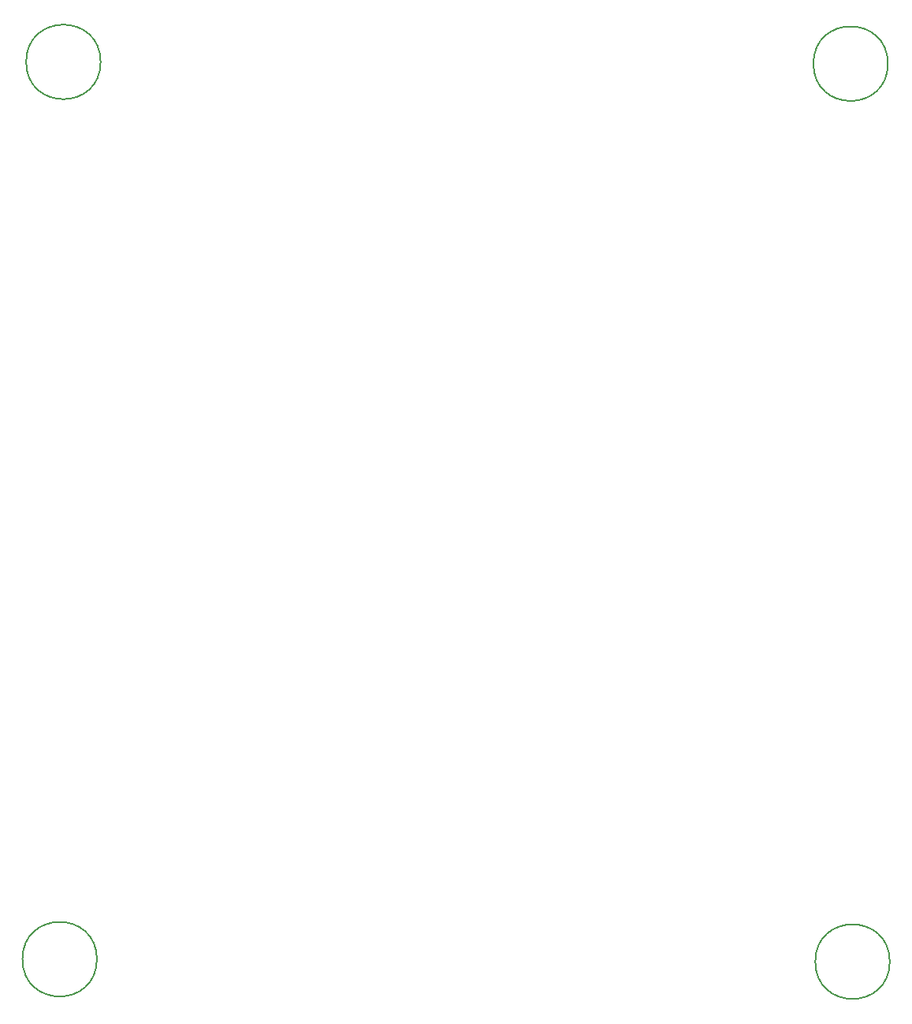
<source format=gbr>
%TF.GenerationSoftware,KiCad,Pcbnew,7.0.10*%
%TF.CreationDate,2024-03-07T18:06:14-07:00*%
%TF.ProjectId,Senior Design,53656e69-6f72-4204-9465-7369676e2e6b,rev?*%
%TF.SameCoordinates,Original*%
%TF.FileFunction,Other,Comment*%
%FSLAX46Y46*%
G04 Gerber Fmt 4.6, Leading zero omitted, Abs format (unit mm)*
G04 Created by KiCad (PCBNEW 7.0.10) date 2024-03-07 18:06:14*
%MOMM*%
%LPD*%
G01*
G04 APERTURE LIST*
%ADD10C,0.150000*%
G04 APERTURE END LIST*
D10*
%TO.C,H4*%
X217260000Y-140460000D02*
G75*
G03*
X209260000Y-140460000I-4000000J0D01*
G01*
X209260000Y-140460000D02*
G75*
G03*
X217260000Y-140460000I4000000J0D01*
G01*
%TO.C,H3*%
X132100000Y-140200000D02*
G75*
G03*
X124100000Y-140200000I-4000000J0D01*
G01*
X124100000Y-140200000D02*
G75*
G03*
X132100000Y-140200000I4000000J0D01*
G01*
%TO.C,H1*%
X132500000Y-43900000D02*
G75*
G03*
X124500000Y-43900000I-4000000J0D01*
G01*
X124500000Y-43900000D02*
G75*
G03*
X132500000Y-43900000I4000000J0D01*
G01*
%TO.C,H2*%
X217060000Y-44090000D02*
G75*
G03*
X209060000Y-44090000I-4000000J0D01*
G01*
X209060000Y-44090000D02*
G75*
G03*
X217060000Y-44090000I4000000J0D01*
G01*
%TD*%
M02*

</source>
